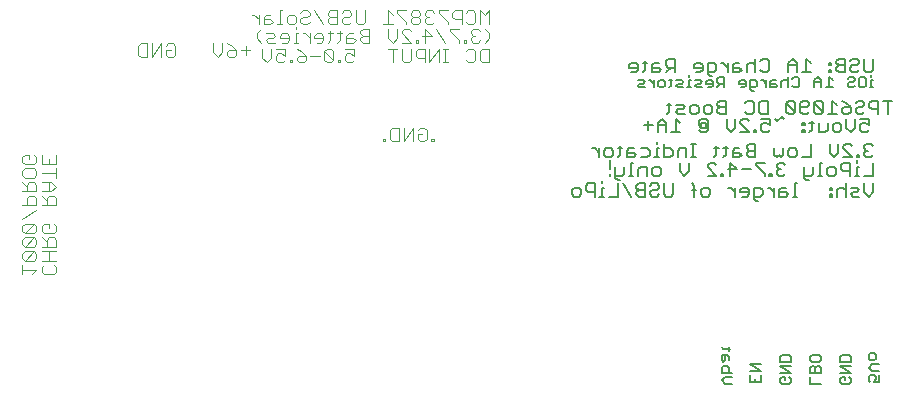
<source format=gbo>
G75*
%MOIN*%
%OFA0B0*%
%FSLAX25Y25*%
%IPPOS*%
%LPD*%
%AMOC8*
5,1,8,0,0,1.08239X$1,22.5*
%
%ADD10C,0.00400*%
%ADD11C,0.00600*%
%ADD12C,0.00500*%
D10*
X0007700Y0076555D02*
X0007700Y0079624D01*
X0007700Y0078089D02*
X0012304Y0078089D01*
X0010769Y0076555D01*
X0014300Y0077322D02*
X0014300Y0078857D01*
X0015067Y0079624D01*
X0014300Y0081159D02*
X0018904Y0081159D01*
X0018137Y0079624D02*
X0018904Y0078857D01*
X0018904Y0077322D01*
X0018137Y0076555D01*
X0015067Y0076555D01*
X0014300Y0077322D01*
X0016602Y0081159D02*
X0016602Y0084228D01*
X0015835Y0085763D02*
X0015835Y0088065D01*
X0016602Y0088832D01*
X0018137Y0088832D01*
X0018904Y0088065D01*
X0018904Y0085763D01*
X0014300Y0085763D01*
X0014300Y0084228D02*
X0018904Y0084228D01*
X0015835Y0087297D02*
X0014300Y0088832D01*
X0015067Y0090367D02*
X0014300Y0091134D01*
X0014300Y0092669D01*
X0015067Y0093436D01*
X0016602Y0093436D01*
X0016602Y0091901D01*
X0018137Y0090367D02*
X0015067Y0090367D01*
X0012304Y0091134D02*
X0012304Y0092669D01*
X0011537Y0093436D01*
X0008467Y0090367D01*
X0007700Y0091134D01*
X0007700Y0092669D01*
X0008467Y0093436D01*
X0011537Y0093436D01*
X0012304Y0091134D02*
X0011537Y0090367D01*
X0008467Y0090367D01*
X0008467Y0088832D02*
X0007700Y0088065D01*
X0007700Y0086530D01*
X0008467Y0085763D01*
X0011537Y0088832D01*
X0008467Y0088832D01*
X0011537Y0088832D02*
X0012304Y0088065D01*
X0012304Y0086530D01*
X0011537Y0085763D01*
X0008467Y0085763D01*
X0008467Y0084228D02*
X0007700Y0083461D01*
X0007700Y0081926D01*
X0008467Y0081159D01*
X0011537Y0084228D01*
X0008467Y0084228D01*
X0011537Y0084228D02*
X0012304Y0083461D01*
X0012304Y0081926D01*
X0011537Y0081159D01*
X0008467Y0081159D01*
X0018137Y0090367D02*
X0018904Y0091134D01*
X0018904Y0092669D01*
X0018137Y0093436D01*
X0012304Y0098040D02*
X0007700Y0094971D01*
X0007700Y0099574D02*
X0012304Y0099574D01*
X0012304Y0101876D01*
X0011537Y0102644D01*
X0010002Y0102644D01*
X0009235Y0101876D01*
X0009235Y0099574D01*
X0014300Y0099574D02*
X0018904Y0099574D01*
X0018904Y0101876D01*
X0018137Y0102644D01*
X0016602Y0102644D01*
X0015835Y0101876D01*
X0015835Y0099574D01*
X0015835Y0101109D02*
X0014300Y0102644D01*
X0014300Y0104178D02*
X0017369Y0104178D01*
X0018904Y0105713D01*
X0017369Y0107248D01*
X0014300Y0107248D01*
X0012304Y0106480D02*
X0012304Y0104178D01*
X0007700Y0104178D01*
X0009235Y0104178D02*
X0009235Y0106480D01*
X0010002Y0107248D01*
X0011537Y0107248D01*
X0012304Y0106480D01*
X0011537Y0108782D02*
X0008467Y0108782D01*
X0007700Y0109550D01*
X0007700Y0111084D01*
X0008467Y0111852D01*
X0011537Y0111852D01*
X0012304Y0111084D01*
X0012304Y0109550D01*
X0011537Y0108782D01*
X0014300Y0110317D02*
X0018904Y0110317D01*
X0018904Y0108782D02*
X0018904Y0111852D01*
X0018904Y0113386D02*
X0014300Y0113386D01*
X0014300Y0116456D01*
X0012304Y0115688D02*
X0012304Y0114154D01*
X0011537Y0113386D01*
X0008467Y0113386D01*
X0007700Y0114154D01*
X0007700Y0115688D01*
X0008467Y0116456D01*
X0010002Y0116456D01*
X0010002Y0114921D01*
X0011537Y0116456D02*
X0012304Y0115688D01*
X0016602Y0114921D02*
X0016602Y0113386D01*
X0018904Y0113386D02*
X0018904Y0116456D01*
X0016602Y0107248D02*
X0016602Y0104178D01*
X0009235Y0105713D02*
X0007700Y0107248D01*
X0087607Y0148725D02*
X0089142Y0147190D01*
X0090676Y0148725D01*
X0090676Y0151794D01*
X0092211Y0151794D02*
X0095280Y0151794D01*
X0095280Y0149492D01*
X0093746Y0150260D01*
X0092978Y0150260D01*
X0092211Y0149492D01*
X0092211Y0147958D01*
X0092978Y0147190D01*
X0094513Y0147190D01*
X0095280Y0147958D01*
X0096815Y0147958D02*
X0096815Y0147190D01*
X0097582Y0147190D01*
X0097582Y0147958D01*
X0096815Y0147958D01*
X0099117Y0147958D02*
X0099117Y0148725D01*
X0099884Y0149492D01*
X0102186Y0149492D01*
X0102186Y0147958D01*
X0101419Y0147190D01*
X0099884Y0147190D01*
X0099117Y0147958D01*
X0100652Y0151027D02*
X0102186Y0149492D01*
X0103721Y0149492D02*
X0106790Y0149492D01*
X0108325Y0147958D02*
X0109092Y0147190D01*
X0110627Y0147190D01*
X0111394Y0147958D01*
X0108325Y0151027D01*
X0108325Y0147958D01*
X0111394Y0147958D02*
X0111394Y0151027D01*
X0110627Y0151794D01*
X0109092Y0151794D01*
X0108325Y0151027D01*
X0107286Y0153790D02*
X0108053Y0154558D01*
X0108053Y0156092D01*
X0107286Y0156860D01*
X0105751Y0156860D01*
X0104984Y0156092D01*
X0104984Y0155325D01*
X0108053Y0155325D01*
X0107286Y0153790D02*
X0105751Y0153790D01*
X0103449Y0153790D02*
X0103449Y0156860D01*
X0103449Y0155325D02*
X0101914Y0156860D01*
X0101147Y0156860D01*
X0099612Y0156860D02*
X0098845Y0156860D01*
X0098845Y0153790D01*
X0099612Y0153790D02*
X0098078Y0153790D01*
X0096543Y0154558D02*
X0096543Y0156092D01*
X0095776Y0156860D01*
X0094241Y0156860D01*
X0093474Y0156092D01*
X0093474Y0155325D01*
X0096543Y0155325D01*
X0096543Y0154558D02*
X0095776Y0153790D01*
X0094241Y0153790D01*
X0091939Y0153790D02*
X0089637Y0153790D01*
X0088870Y0154558D01*
X0089637Y0155325D01*
X0091172Y0155325D01*
X0091939Y0156092D01*
X0091172Y0156860D01*
X0088870Y0156860D01*
X0087335Y0158394D02*
X0085801Y0156860D01*
X0085801Y0155325D01*
X0087335Y0153790D01*
X0082077Y0152827D02*
X0082077Y0149758D01*
X0080543Y0151292D02*
X0083612Y0151292D01*
X0087607Y0151794D02*
X0087607Y0148725D01*
X0079008Y0149758D02*
X0078241Y0148990D01*
X0076706Y0148990D01*
X0075939Y0149758D01*
X0075939Y0150525D01*
X0076706Y0151292D01*
X0079008Y0151292D01*
X0079008Y0149758D01*
X0079008Y0151292D02*
X0077473Y0152827D01*
X0075939Y0153594D01*
X0074404Y0153594D02*
X0074404Y0150525D01*
X0072869Y0148990D01*
X0071335Y0150525D01*
X0071335Y0153594D01*
X0058612Y0152827D02*
X0058612Y0149758D01*
X0057844Y0148990D01*
X0056310Y0148990D01*
X0055543Y0149758D01*
X0055543Y0151292D01*
X0057077Y0151292D01*
X0055543Y0152827D02*
X0056310Y0153594D01*
X0057844Y0153594D01*
X0058612Y0152827D01*
X0054008Y0153594D02*
X0050939Y0148990D01*
X0050939Y0153594D01*
X0049404Y0153594D02*
X0047102Y0153594D01*
X0046335Y0152827D01*
X0046335Y0149758D01*
X0047102Y0148990D01*
X0049404Y0148990D01*
X0049404Y0153594D01*
X0054008Y0153594D02*
X0054008Y0148990D01*
X0084266Y0163060D02*
X0085033Y0163060D01*
X0086568Y0161525D01*
X0086568Y0159990D02*
X0086568Y0163060D01*
X0088103Y0162292D02*
X0088103Y0159990D01*
X0090405Y0159990D01*
X0091172Y0160758D01*
X0090405Y0161525D01*
X0088103Y0161525D01*
X0088103Y0162292D02*
X0088870Y0163060D01*
X0090405Y0163060D01*
X0093474Y0164594D02*
X0093474Y0159990D01*
X0094241Y0159990D02*
X0092706Y0159990D01*
X0095776Y0160758D02*
X0095776Y0162292D01*
X0096543Y0163060D01*
X0098078Y0163060D01*
X0098845Y0162292D01*
X0098845Y0160758D01*
X0098078Y0159990D01*
X0096543Y0159990D01*
X0095776Y0160758D01*
X0098845Y0159162D02*
X0098845Y0158394D01*
X0101147Y0159990D02*
X0102682Y0159990D01*
X0103449Y0160758D01*
X0102682Y0162292D02*
X0101147Y0162292D01*
X0100380Y0161525D01*
X0100380Y0160758D01*
X0101147Y0159990D01*
X0102682Y0162292D02*
X0103449Y0163060D01*
X0103449Y0163827D01*
X0102682Y0164594D01*
X0101147Y0164594D01*
X0100380Y0163827D01*
X0104984Y0164594D02*
X0108053Y0159990D01*
X0109588Y0160758D02*
X0110355Y0159990D01*
X0112657Y0159990D01*
X0112657Y0164594D01*
X0110355Y0164594D01*
X0109588Y0163827D01*
X0109588Y0163060D01*
X0110355Y0162292D01*
X0112657Y0162292D01*
X0114191Y0161525D02*
X0114959Y0162292D01*
X0116493Y0162292D01*
X0117261Y0163060D01*
X0117261Y0163827D01*
X0116493Y0164594D01*
X0114959Y0164594D01*
X0114191Y0163827D01*
X0110355Y0162292D02*
X0109588Y0161525D01*
X0109588Y0160758D01*
X0114191Y0160758D02*
X0114959Y0159990D01*
X0116493Y0159990D01*
X0117261Y0160758D01*
X0118795Y0160758D02*
X0118795Y0164594D01*
X0121865Y0164594D02*
X0121865Y0160758D01*
X0121097Y0159990D01*
X0119563Y0159990D01*
X0118795Y0160758D01*
X0114191Y0160758D02*
X0114191Y0161525D01*
X0113424Y0157627D02*
X0113424Y0154558D01*
X0112657Y0153790D01*
X0110355Y0154558D02*
X0109588Y0153790D01*
X0110355Y0154558D02*
X0110355Y0157627D01*
X0111122Y0156860D02*
X0109588Y0156860D01*
X0112657Y0156860D02*
X0114191Y0156860D01*
X0115726Y0156092D02*
X0115726Y0153790D01*
X0118028Y0153790D01*
X0118795Y0154558D01*
X0118028Y0155325D01*
X0115726Y0155325D01*
X0115726Y0156092D02*
X0116493Y0156860D01*
X0118028Y0156860D01*
X0120330Y0156860D02*
X0120330Y0157627D01*
X0121097Y0158394D01*
X0123399Y0158394D01*
X0123399Y0153790D01*
X0121097Y0153790D01*
X0120330Y0154558D01*
X0120330Y0155325D01*
X0121097Y0156092D01*
X0123399Y0156092D01*
X0121097Y0156092D02*
X0120330Y0156860D01*
X0128003Y0159990D02*
X0131073Y0159990D01*
X0129538Y0159990D02*
X0129538Y0164594D01*
X0131073Y0163060D01*
X0132607Y0163827D02*
X0135676Y0160758D01*
X0135676Y0159990D01*
X0137211Y0160758D02*
X0137978Y0159990D01*
X0139513Y0159990D01*
X0140280Y0160758D01*
X0140280Y0161525D01*
X0139513Y0162292D01*
X0137978Y0162292D01*
X0137211Y0161525D01*
X0137211Y0160758D01*
X0137978Y0162292D02*
X0137211Y0163060D01*
X0137211Y0163827D01*
X0137978Y0164594D01*
X0139513Y0164594D01*
X0140280Y0163827D01*
X0140280Y0163060D01*
X0139513Y0162292D01*
X0141815Y0161525D02*
X0141815Y0160758D01*
X0142582Y0159990D01*
X0144117Y0159990D01*
X0144884Y0160758D01*
X0143350Y0162292D02*
X0142582Y0162292D01*
X0141815Y0161525D01*
X0142582Y0162292D02*
X0141815Y0163060D01*
X0141815Y0163827D01*
X0142582Y0164594D01*
X0144117Y0164594D01*
X0144884Y0163827D01*
X0146419Y0163827D02*
X0149488Y0160758D01*
X0149488Y0159990D01*
X0150256Y0158394D02*
X0150256Y0157627D01*
X0153325Y0154558D01*
X0153325Y0153790D01*
X0154859Y0153790D02*
X0155627Y0153790D01*
X0155627Y0154558D01*
X0154859Y0154558D01*
X0154859Y0153790D01*
X0157161Y0154558D02*
X0157929Y0153790D01*
X0159463Y0153790D01*
X0160231Y0154558D01*
X0161765Y0153790D02*
X0163300Y0155325D01*
X0163300Y0156860D01*
X0161765Y0158394D01*
X0160231Y0157627D02*
X0159463Y0158394D01*
X0157929Y0158394D01*
X0157161Y0157627D01*
X0157161Y0156860D01*
X0157929Y0156092D01*
X0157161Y0155325D01*
X0157161Y0154558D01*
X0157929Y0156092D02*
X0158696Y0156092D01*
X0157929Y0159990D02*
X0156394Y0159990D01*
X0155627Y0160758D01*
X0154092Y0161525D02*
X0151790Y0161525D01*
X0151023Y0162292D01*
X0151023Y0163827D01*
X0151790Y0164594D01*
X0154092Y0164594D01*
X0154092Y0159990D01*
X0153325Y0158394D02*
X0150256Y0158394D01*
X0145652Y0158394D02*
X0148721Y0153790D01*
X0148721Y0151794D02*
X0148721Y0147190D01*
X0149488Y0147190D02*
X0147954Y0147190D01*
X0146419Y0147190D02*
X0146419Y0151794D01*
X0143350Y0147190D01*
X0143350Y0151794D01*
X0141815Y0151794D02*
X0139513Y0151794D01*
X0138746Y0151027D01*
X0138746Y0149492D01*
X0139513Y0148725D01*
X0141815Y0148725D01*
X0141815Y0147190D02*
X0141815Y0151794D01*
X0137211Y0151794D02*
X0137211Y0147958D01*
X0136444Y0147190D01*
X0134909Y0147190D01*
X0134142Y0147958D01*
X0134142Y0151794D01*
X0132607Y0151794D02*
X0129538Y0151794D01*
X0131073Y0151794D02*
X0131073Y0147190D01*
X0131073Y0153790D02*
X0129538Y0155325D01*
X0129538Y0158394D01*
X0132607Y0158394D02*
X0132607Y0155325D01*
X0131073Y0153790D01*
X0134142Y0153790D02*
X0137211Y0153790D01*
X0134142Y0156860D01*
X0134142Y0157627D01*
X0134909Y0158394D01*
X0136444Y0158394D01*
X0137211Y0157627D01*
X0141048Y0156092D02*
X0144117Y0156092D01*
X0141815Y0158394D01*
X0141815Y0153790D01*
X0139513Y0153790D02*
X0138746Y0153790D01*
X0138746Y0154558D01*
X0139513Y0154558D01*
X0139513Y0153790D01*
X0147954Y0151794D02*
X0149488Y0151794D01*
X0155627Y0151027D02*
X0156394Y0151794D01*
X0157929Y0151794D01*
X0158696Y0151027D01*
X0158696Y0147958D01*
X0157929Y0147190D01*
X0156394Y0147190D01*
X0155627Y0147958D01*
X0160231Y0147958D02*
X0160231Y0151027D01*
X0160998Y0151794D01*
X0163300Y0151794D01*
X0163300Y0147190D01*
X0160998Y0147190D01*
X0160231Y0147958D01*
X0160231Y0159990D02*
X0160231Y0164594D01*
X0161765Y0163060D01*
X0163300Y0164594D01*
X0163300Y0159990D01*
X0158696Y0160758D02*
X0157929Y0159990D01*
X0158696Y0160758D02*
X0158696Y0163827D01*
X0157929Y0164594D01*
X0156394Y0164594D01*
X0155627Y0163827D01*
X0149488Y0164594D02*
X0146419Y0164594D01*
X0146419Y0163827D01*
X0135676Y0164594D02*
X0132607Y0164594D01*
X0132607Y0163827D01*
X0118300Y0151794D02*
X0115231Y0151794D01*
X0115998Y0150260D02*
X0115231Y0149492D01*
X0115231Y0147958D01*
X0115998Y0147190D01*
X0117533Y0147190D01*
X0118300Y0147958D01*
X0118300Y0149492D02*
X0116765Y0150260D01*
X0115998Y0150260D01*
X0118300Y0149492D02*
X0118300Y0151794D01*
X0113696Y0147958D02*
X0112929Y0147958D01*
X0112929Y0147190D01*
X0113696Y0147190D01*
X0113696Y0147958D01*
X0100652Y0151027D02*
X0099117Y0151794D01*
X0094241Y0164594D02*
X0093474Y0164594D01*
X0130988Y0125494D02*
X0133290Y0125494D01*
X0133290Y0120890D01*
X0130988Y0120890D01*
X0130221Y0121658D01*
X0130221Y0124727D01*
X0130988Y0125494D01*
X0134825Y0125494D02*
X0134825Y0120890D01*
X0137894Y0125494D01*
X0137894Y0120890D01*
X0139429Y0121658D02*
X0140196Y0120890D01*
X0141731Y0120890D01*
X0142498Y0121658D01*
X0142498Y0124727D01*
X0141731Y0125494D01*
X0140196Y0125494D01*
X0139429Y0124727D01*
X0139429Y0123192D02*
X0140963Y0123192D01*
X0139429Y0123192D02*
X0139429Y0121658D01*
X0144033Y0121658D02*
X0144033Y0120890D01*
X0144800Y0120890D01*
X0144800Y0121658D01*
X0144033Y0121658D01*
X0128686Y0121658D02*
X0128686Y0120890D01*
X0127919Y0120890D01*
X0127919Y0121658D01*
X0128686Y0121658D01*
D11*
X0190914Y0104692D02*
X0190914Y0103224D01*
X0191648Y0102490D01*
X0193116Y0102490D01*
X0193850Y0103224D01*
X0193850Y0104692D01*
X0193116Y0105426D01*
X0191648Y0105426D01*
X0190914Y0104692D01*
X0195518Y0104692D02*
X0196252Y0103958D01*
X0198454Y0103958D01*
X0198454Y0102490D02*
X0198454Y0106894D01*
X0196252Y0106894D01*
X0195518Y0106160D01*
X0195518Y0104692D01*
X0200056Y0102490D02*
X0201523Y0102490D01*
X0200790Y0102490D02*
X0200790Y0105426D01*
X0201523Y0105426D01*
X0200790Y0106894D02*
X0200790Y0107628D01*
X0203725Y0109390D02*
X0203725Y0110124D01*
X0203725Y0111592D02*
X0203725Y0114528D01*
X0203759Y0115590D02*
X0204493Y0116324D01*
X0204493Y0117792D01*
X0203759Y0118526D01*
X0202291Y0118526D01*
X0201557Y0117792D01*
X0201557Y0116324D01*
X0202291Y0115590D01*
X0203759Y0115590D01*
X0206094Y0115590D02*
X0206828Y0116324D01*
X0206828Y0119260D01*
X0207562Y0118526D02*
X0206094Y0118526D01*
X0209230Y0117792D02*
X0209230Y0115590D01*
X0211432Y0115590D01*
X0212166Y0116324D01*
X0211432Y0117058D01*
X0209230Y0117058D01*
X0209230Y0117792D02*
X0209964Y0118526D01*
X0211432Y0118526D01*
X0213834Y0118526D02*
X0216036Y0118526D01*
X0216770Y0117792D01*
X0216770Y0116324D01*
X0216036Y0115590D01*
X0213834Y0115590D01*
X0211399Y0113794D02*
X0210665Y0113794D01*
X0210665Y0109390D01*
X0211399Y0109390D02*
X0209931Y0109390D01*
X0208329Y0110124D02*
X0207595Y0109390D01*
X0205394Y0109390D01*
X0205394Y0108656D02*
X0206128Y0107922D01*
X0206861Y0107922D01*
X0206127Y0106894D02*
X0206127Y0102490D01*
X0203192Y0102490D01*
X0207795Y0106894D02*
X0210731Y0102490D01*
X0212399Y0103224D02*
X0213133Y0102490D01*
X0215335Y0102490D01*
X0215335Y0106894D01*
X0213133Y0106894D01*
X0212399Y0106160D01*
X0212399Y0105426D01*
X0213133Y0104692D01*
X0215335Y0104692D01*
X0217003Y0103958D02*
X0217737Y0104692D01*
X0219205Y0104692D01*
X0219939Y0105426D01*
X0219939Y0106160D01*
X0219205Y0106894D01*
X0217737Y0106894D01*
X0217003Y0106160D01*
X0213133Y0104692D02*
X0212399Y0103958D01*
X0212399Y0103224D01*
X0217003Y0103224D02*
X0217737Y0102490D01*
X0219205Y0102490D01*
X0219939Y0103224D01*
X0221607Y0103224D02*
X0221607Y0106894D01*
X0224543Y0106894D02*
X0224543Y0103224D01*
X0223809Y0102490D01*
X0222341Y0102490D01*
X0221607Y0103224D01*
X0217003Y0103224D02*
X0217003Y0103958D01*
X0205394Y0108656D02*
X0205394Y0112326D01*
X0208329Y0112326D02*
X0208329Y0110124D01*
X0213067Y0109390D02*
X0213067Y0111592D01*
X0213801Y0112326D01*
X0216003Y0112326D01*
X0216003Y0109390D01*
X0217671Y0110124D02*
X0217671Y0111592D01*
X0218405Y0112326D01*
X0219873Y0112326D01*
X0220607Y0111592D01*
X0220607Y0110124D01*
X0219873Y0109390D01*
X0218405Y0109390D01*
X0217671Y0110124D01*
X0218371Y0115590D02*
X0219839Y0115590D01*
X0219105Y0115590D02*
X0219105Y0118526D01*
X0219839Y0118526D01*
X0219105Y0119994D02*
X0219105Y0120728D01*
X0221507Y0119994D02*
X0221507Y0115590D01*
X0223709Y0115590D01*
X0224443Y0116324D01*
X0224443Y0117792D01*
X0223709Y0118526D01*
X0221507Y0118526D01*
X0226111Y0117792D02*
X0226111Y0115590D01*
X0226879Y0113794D02*
X0226879Y0110858D01*
X0228346Y0109390D01*
X0229814Y0110858D01*
X0229814Y0113794D01*
X0229047Y0115590D02*
X0229047Y0118526D01*
X0226845Y0118526D01*
X0226111Y0117792D01*
X0230648Y0119994D02*
X0232116Y0119994D01*
X0231382Y0119994D02*
X0231382Y0115590D01*
X0232116Y0115590D02*
X0230648Y0115590D01*
X0236086Y0113060D02*
X0236086Y0112326D01*
X0239022Y0109390D01*
X0236086Y0109390D01*
X0240590Y0109390D02*
X0241324Y0109390D01*
X0241324Y0110124D01*
X0240590Y0110124D01*
X0240590Y0109390D01*
X0243726Y0109390D02*
X0243726Y0113794D01*
X0245928Y0111592D01*
X0242992Y0111592D01*
X0247596Y0111592D02*
X0250532Y0111592D01*
X0252200Y0113060D02*
X0255136Y0110124D01*
X0255136Y0109390D01*
X0256704Y0109390D02*
X0257438Y0109390D01*
X0257438Y0110124D01*
X0256704Y0110124D01*
X0256704Y0109390D01*
X0259106Y0110124D02*
X0259840Y0109390D01*
X0261308Y0109390D01*
X0262042Y0110124D01*
X0260574Y0111592D02*
X0259840Y0111592D01*
X0259106Y0110858D01*
X0259106Y0110124D01*
X0259840Y0111592D02*
X0259106Y0112326D01*
X0259106Y0113060D01*
X0259840Y0113794D01*
X0261308Y0113794D01*
X0262042Y0113060D01*
X0260541Y0115590D02*
X0259807Y0116324D01*
X0259073Y0115590D01*
X0258339Y0116324D01*
X0258339Y0118526D01*
X0261274Y0118526D02*
X0261274Y0116324D01*
X0260541Y0115590D01*
X0262943Y0116324D02*
X0262943Y0117792D01*
X0263677Y0118526D01*
X0265144Y0118526D01*
X0265878Y0117792D01*
X0265878Y0116324D01*
X0265144Y0115590D01*
X0263677Y0115590D01*
X0262943Y0116324D01*
X0267547Y0115590D02*
X0270482Y0115590D01*
X0270482Y0119994D01*
X0270016Y0123990D02*
X0270750Y0124724D01*
X0270750Y0127660D01*
X0271484Y0126926D02*
X0270016Y0126926D01*
X0268415Y0126926D02*
X0268415Y0126192D01*
X0267681Y0126192D01*
X0267681Y0126926D01*
X0268415Y0126926D01*
X0268415Y0124724D02*
X0268415Y0123990D01*
X0267681Y0123990D01*
X0267681Y0124724D01*
X0268415Y0124724D01*
X0273152Y0123990D02*
X0273152Y0126926D01*
X0276088Y0126926D02*
X0276088Y0124724D01*
X0275354Y0123990D01*
X0273152Y0123990D01*
X0277756Y0124724D02*
X0278490Y0123990D01*
X0279958Y0123990D01*
X0280692Y0124724D01*
X0280692Y0126192D01*
X0279958Y0126926D01*
X0278490Y0126926D01*
X0277756Y0126192D01*
X0277756Y0124724D01*
X0282360Y0125458D02*
X0283828Y0123990D01*
X0285296Y0125458D01*
X0285296Y0128394D01*
X0286964Y0128394D02*
X0289900Y0128394D01*
X0289900Y0126192D01*
X0288432Y0126926D01*
X0287698Y0126926D01*
X0286964Y0126192D01*
X0286964Y0124724D01*
X0287698Y0123990D01*
X0289166Y0123990D01*
X0289900Y0124724D01*
X0282360Y0125458D02*
X0282360Y0128394D01*
X0283020Y0130090D02*
X0281552Y0130090D01*
X0280819Y0130824D01*
X0280819Y0131558D01*
X0281552Y0132292D01*
X0283754Y0132292D01*
X0283754Y0130824D01*
X0283020Y0130090D01*
X0283754Y0132292D02*
X0282286Y0133760D01*
X0280819Y0134494D01*
X0279150Y0133026D02*
X0277683Y0134494D01*
X0277683Y0130090D01*
X0279150Y0130090D02*
X0276215Y0130090D01*
X0274546Y0130824D02*
X0271611Y0133760D01*
X0271611Y0130824D01*
X0272345Y0130090D01*
X0273813Y0130090D01*
X0274546Y0130824D01*
X0274546Y0133760D01*
X0273813Y0134494D01*
X0272345Y0134494D01*
X0271611Y0133760D01*
X0269943Y0133760D02*
X0269943Y0133026D01*
X0269209Y0132292D01*
X0267007Y0132292D01*
X0267007Y0130824D02*
X0267007Y0133760D01*
X0267741Y0134494D01*
X0269209Y0134494D01*
X0269943Y0133760D01*
X0265339Y0133760D02*
X0264605Y0134494D01*
X0263137Y0134494D01*
X0262403Y0133760D01*
X0265339Y0130824D01*
X0264605Y0130090D01*
X0263137Y0130090D01*
X0262403Y0130824D01*
X0262403Y0133760D01*
X0265339Y0133760D02*
X0265339Y0130824D01*
X0267007Y0130824D02*
X0267741Y0130090D01*
X0269209Y0130090D01*
X0269943Y0130824D01*
X0261509Y0128394D02*
X0260775Y0129128D01*
X0259307Y0127660D01*
X0258573Y0128394D01*
X0256905Y0128394D02*
X0256905Y0126192D01*
X0255437Y0126926D01*
X0254703Y0126926D01*
X0253969Y0126192D01*
X0253969Y0124724D01*
X0254703Y0123990D01*
X0256171Y0123990D01*
X0256905Y0124724D01*
X0256905Y0128394D02*
X0253969Y0128394D01*
X0253929Y0130090D02*
X0253195Y0130824D01*
X0253195Y0133760D01*
X0253929Y0134494D01*
X0256131Y0134494D01*
X0256131Y0130090D01*
X0253929Y0130090D01*
X0251527Y0130824D02*
X0250793Y0130090D01*
X0249325Y0130090D01*
X0248591Y0130824D01*
X0249265Y0128394D02*
X0249999Y0127660D01*
X0249265Y0128394D02*
X0247797Y0128394D01*
X0247063Y0127660D01*
X0247063Y0126926D01*
X0249999Y0123990D01*
X0247063Y0123990D01*
X0245395Y0125458D02*
X0243927Y0123990D01*
X0242460Y0125458D01*
X0242460Y0128394D01*
X0242319Y0130090D02*
X0240117Y0130090D01*
X0239383Y0130824D01*
X0239383Y0131558D01*
X0240117Y0132292D01*
X0242319Y0132292D01*
X0242319Y0130090D02*
X0242319Y0134494D01*
X0240117Y0134494D01*
X0239383Y0133760D01*
X0239383Y0133026D01*
X0240117Y0132292D01*
X0237715Y0132292D02*
X0237715Y0130824D01*
X0236981Y0130090D01*
X0235513Y0130090D01*
X0234779Y0130824D01*
X0234779Y0132292D01*
X0235513Y0133026D01*
X0236981Y0133026D01*
X0237715Y0132292D01*
X0233111Y0132292D02*
X0233111Y0130824D01*
X0232377Y0130090D01*
X0230909Y0130090D01*
X0230175Y0130824D01*
X0230175Y0132292D01*
X0230909Y0133026D01*
X0232377Y0133026D01*
X0233111Y0132292D01*
X0228507Y0132292D02*
X0227773Y0133026D01*
X0225571Y0133026D01*
X0226305Y0131558D02*
X0227773Y0131558D01*
X0228507Y0132292D01*
X0228507Y0130090D02*
X0226305Y0130090D01*
X0225571Y0130824D01*
X0226305Y0131558D01*
X0223903Y0133026D02*
X0222435Y0133026D01*
X0223169Y0133760D02*
X0223169Y0130824D01*
X0222435Y0130090D01*
X0220908Y0128394D02*
X0219440Y0126926D01*
X0219440Y0123990D01*
X0219440Y0126192D02*
X0222376Y0126192D01*
X0222376Y0126926D02*
X0222376Y0123990D01*
X0224044Y0123990D02*
X0226980Y0123990D01*
X0225512Y0123990D02*
X0225512Y0128394D01*
X0226980Y0126926D01*
X0222376Y0126926D02*
X0220908Y0128394D01*
X0216304Y0127660D02*
X0216304Y0124724D01*
X0217772Y0126192D02*
X0214836Y0126192D01*
X0199889Y0118526D02*
X0199889Y0115590D01*
X0199889Y0117058D02*
X0198421Y0118526D01*
X0197687Y0118526D01*
X0230748Y0106894D02*
X0231482Y0106160D01*
X0231482Y0102490D01*
X0232216Y0104692D02*
X0230748Y0104692D01*
X0233884Y0104692D02*
X0233884Y0103224D01*
X0234618Y0102490D01*
X0236086Y0102490D01*
X0236820Y0103224D01*
X0236820Y0104692D01*
X0236086Y0105426D01*
X0234618Y0105426D01*
X0233884Y0104692D01*
X0243059Y0105426D02*
X0243793Y0105426D01*
X0245261Y0103958D01*
X0245261Y0102490D02*
X0245261Y0105426D01*
X0246929Y0104692D02*
X0246929Y0103958D01*
X0249865Y0103958D01*
X0249865Y0103224D02*
X0249865Y0104692D01*
X0249131Y0105426D01*
X0247663Y0105426D01*
X0246929Y0104692D01*
X0247663Y0102490D02*
X0249131Y0102490D01*
X0249865Y0103224D01*
X0251533Y0102490D02*
X0253735Y0102490D01*
X0254469Y0103224D01*
X0254469Y0104692D01*
X0253735Y0105426D01*
X0251533Y0105426D01*
X0251533Y0101756D01*
X0252267Y0101022D01*
X0253001Y0101022D01*
X0256103Y0105426D02*
X0256837Y0105426D01*
X0258305Y0103958D01*
X0258305Y0102490D02*
X0258305Y0105426D01*
X0259973Y0104692D02*
X0259973Y0102490D01*
X0262175Y0102490D01*
X0262909Y0103224D01*
X0262175Y0103958D01*
X0259973Y0103958D01*
X0259973Y0104692D02*
X0260707Y0105426D01*
X0262175Y0105426D01*
X0265244Y0106894D02*
X0265244Y0102490D01*
X0264511Y0102490D02*
X0265978Y0102490D01*
X0265978Y0106894D02*
X0265244Y0106894D01*
X0268314Y0108656D02*
X0269048Y0107922D01*
X0269782Y0107922D01*
X0270516Y0109390D02*
X0268314Y0109390D01*
X0268314Y0108656D02*
X0268314Y0112326D01*
X0271250Y0112326D02*
X0271250Y0110124D01*
X0270516Y0109390D01*
X0272851Y0109390D02*
X0274319Y0109390D01*
X0273585Y0109390D02*
X0273585Y0113794D01*
X0274319Y0113794D01*
X0275987Y0111592D02*
X0276721Y0112326D01*
X0278189Y0112326D01*
X0278923Y0111592D01*
X0278923Y0110124D01*
X0278189Y0109390D01*
X0276721Y0109390D01*
X0275987Y0110124D01*
X0275987Y0111592D01*
X0280591Y0111592D02*
X0280591Y0113060D01*
X0281325Y0113794D01*
X0283527Y0113794D01*
X0283527Y0109390D01*
X0283527Y0110858D02*
X0281325Y0110858D01*
X0280591Y0111592D01*
X0281358Y0115590D02*
X0284294Y0115590D01*
X0281358Y0118526D01*
X0281358Y0119260D01*
X0282092Y0119994D01*
X0283560Y0119994D01*
X0284294Y0119260D01*
X0285862Y0116324D02*
X0285862Y0115590D01*
X0286596Y0115590D01*
X0286596Y0116324D01*
X0285862Y0116324D01*
X0285862Y0114528D02*
X0285862Y0113794D01*
X0285862Y0112326D02*
X0285862Y0109390D01*
X0286596Y0109390D02*
X0285128Y0109390D01*
X0285862Y0112326D02*
X0286596Y0112326D01*
X0288264Y0109390D02*
X0291200Y0109390D01*
X0291200Y0113794D01*
X0290466Y0115590D02*
X0291200Y0116324D01*
X0290466Y0115590D02*
X0288998Y0115590D01*
X0288264Y0116324D01*
X0288264Y0117058D01*
X0288998Y0117792D01*
X0289732Y0117792D01*
X0288998Y0117792D02*
X0288264Y0118526D01*
X0288264Y0119260D01*
X0288998Y0119994D01*
X0290466Y0119994D01*
X0291200Y0119260D01*
X0279690Y0119994D02*
X0279690Y0117058D01*
X0278222Y0115590D01*
X0276754Y0117058D01*
X0276754Y0119994D01*
X0286156Y0130090D02*
X0287624Y0130090D01*
X0288358Y0130824D01*
X0287624Y0132292D02*
X0286156Y0132292D01*
X0285422Y0131558D01*
X0285422Y0130824D01*
X0286156Y0130090D01*
X0287624Y0132292D02*
X0288358Y0133026D01*
X0288358Y0133760D01*
X0287624Y0134494D01*
X0286156Y0134494D01*
X0285422Y0133760D01*
X0290026Y0133760D02*
X0290026Y0132292D01*
X0290760Y0131558D01*
X0292962Y0131558D01*
X0292962Y0130090D02*
X0292962Y0134494D01*
X0290760Y0134494D01*
X0290026Y0133760D01*
X0294630Y0134494D02*
X0297566Y0134494D01*
X0296098Y0134494D02*
X0296098Y0130090D01*
X0290466Y0143990D02*
X0288998Y0143990D01*
X0288264Y0144724D01*
X0288264Y0148394D01*
X0286596Y0147660D02*
X0286596Y0146926D01*
X0285862Y0146192D01*
X0284394Y0146192D01*
X0283660Y0145458D01*
X0283660Y0144724D01*
X0284394Y0143990D01*
X0285862Y0143990D01*
X0286596Y0144724D01*
X0290466Y0143990D02*
X0291200Y0144724D01*
X0291200Y0148394D01*
X0286596Y0147660D02*
X0285862Y0148394D01*
X0284394Y0148394D01*
X0283660Y0147660D01*
X0281992Y0148394D02*
X0279790Y0148394D01*
X0279056Y0147660D01*
X0279056Y0146926D01*
X0279790Y0146192D01*
X0281992Y0146192D01*
X0279790Y0146192D02*
X0279056Y0145458D01*
X0279056Y0144724D01*
X0279790Y0143990D01*
X0281992Y0143990D01*
X0281992Y0148394D01*
X0277388Y0146926D02*
X0277388Y0146192D01*
X0276654Y0146192D01*
X0276654Y0146926D01*
X0277388Y0146926D01*
X0277388Y0144724D02*
X0277388Y0143990D01*
X0276654Y0143990D01*
X0276654Y0144724D01*
X0277388Y0144724D01*
X0270482Y0143990D02*
X0267547Y0143990D01*
X0269014Y0143990D02*
X0269014Y0148394D01*
X0270482Y0146926D01*
X0265878Y0146926D02*
X0264411Y0148394D01*
X0262943Y0146926D01*
X0262943Y0143990D01*
X0262943Y0146192D02*
X0265878Y0146192D01*
X0265878Y0146926D02*
X0265878Y0143990D01*
X0256671Y0144724D02*
X0256671Y0147660D01*
X0255937Y0148394D01*
X0254469Y0148394D01*
X0253735Y0147660D01*
X0252067Y0148394D02*
X0252067Y0143990D01*
X0253735Y0144724D02*
X0254469Y0143990D01*
X0255937Y0143990D01*
X0256671Y0144724D01*
X0252067Y0146192D02*
X0251333Y0146926D01*
X0249865Y0146926D01*
X0249131Y0146192D01*
X0249131Y0143990D01*
X0247463Y0144724D02*
X0246729Y0145458D01*
X0244527Y0145458D01*
X0244527Y0146192D02*
X0244527Y0143990D01*
X0246729Y0143990D01*
X0247463Y0144724D01*
X0245261Y0146926D02*
X0244527Y0146192D01*
X0245261Y0146926D02*
X0246729Y0146926D01*
X0242859Y0146926D02*
X0242859Y0143990D01*
X0242859Y0145458D02*
X0241391Y0146926D01*
X0240657Y0146926D01*
X0239022Y0146192D02*
X0239022Y0144724D01*
X0238288Y0143990D01*
X0236086Y0143990D01*
X0236086Y0143256D02*
X0236086Y0146926D01*
X0238288Y0146926D01*
X0239022Y0146192D01*
X0234418Y0146192D02*
X0234418Y0144724D01*
X0233684Y0143990D01*
X0232216Y0143990D01*
X0231482Y0145458D02*
X0234418Y0145458D01*
X0234418Y0146192D02*
X0233684Y0146926D01*
X0232216Y0146926D01*
X0231482Y0146192D01*
X0231482Y0145458D01*
X0225210Y0145458D02*
X0223009Y0145458D01*
X0222275Y0146192D01*
X0222275Y0147660D01*
X0223009Y0148394D01*
X0225210Y0148394D01*
X0225210Y0143990D01*
X0223743Y0145458D02*
X0222275Y0143990D01*
X0220606Y0144724D02*
X0219873Y0145458D01*
X0217671Y0145458D01*
X0217671Y0146192D02*
X0217671Y0143990D01*
X0219873Y0143990D01*
X0220606Y0144724D01*
X0218405Y0146926D02*
X0217671Y0146192D01*
X0218405Y0146926D02*
X0219873Y0146926D01*
X0216003Y0146926D02*
X0214535Y0146926D01*
X0215269Y0147660D02*
X0215269Y0144724D01*
X0214535Y0143990D01*
X0212933Y0144724D02*
X0212933Y0146192D01*
X0212199Y0146926D01*
X0210731Y0146926D01*
X0209997Y0146192D01*
X0209997Y0145458D01*
X0212933Y0145458D01*
X0212933Y0144724D02*
X0212199Y0143990D01*
X0210731Y0143990D01*
X0236086Y0143256D02*
X0236820Y0142522D01*
X0237554Y0142522D01*
X0248591Y0133760D02*
X0249325Y0134494D01*
X0250793Y0134494D01*
X0251527Y0133760D01*
X0251527Y0130824D01*
X0245395Y0128394D02*
X0245395Y0125458D01*
X0251567Y0124724D02*
X0251567Y0123990D01*
X0252301Y0123990D01*
X0252301Y0124724D01*
X0251567Y0124724D01*
X0252067Y0119994D02*
X0249865Y0119994D01*
X0249131Y0119260D01*
X0249131Y0118526D01*
X0249865Y0117792D01*
X0252067Y0117792D01*
X0252067Y0115590D02*
X0252067Y0119994D01*
X0249865Y0117792D02*
X0249131Y0117058D01*
X0249131Y0116324D01*
X0249865Y0115590D01*
X0252067Y0115590D01*
X0252200Y0113794D02*
X0252200Y0113060D01*
X0252200Y0113794D02*
X0255136Y0113794D01*
X0247463Y0116324D02*
X0246729Y0117058D01*
X0244527Y0117058D01*
X0244527Y0117792D02*
X0244527Y0115590D01*
X0246729Y0115590D01*
X0247463Y0116324D01*
X0246729Y0118526D02*
X0245261Y0118526D01*
X0244527Y0117792D01*
X0242859Y0118526D02*
X0241391Y0118526D01*
X0242125Y0119260D02*
X0242125Y0116324D01*
X0241391Y0115590D01*
X0239056Y0116324D02*
X0238322Y0115590D01*
X0239056Y0116324D02*
X0239056Y0119260D01*
X0239790Y0118526D02*
X0238322Y0118526D01*
X0238288Y0113794D02*
X0239022Y0113060D01*
X0238288Y0113794D02*
X0236820Y0113794D01*
X0236086Y0113060D01*
X0235454Y0123990D02*
X0236188Y0124724D01*
X0236188Y0127660D01*
X0235454Y0128394D01*
X0233986Y0128394D01*
X0233252Y0127660D01*
X0233252Y0126192D01*
X0233986Y0125458D01*
X0233986Y0126926D01*
X0235454Y0126926D01*
X0235454Y0125458D01*
X0233986Y0125458D01*
X0233252Y0124724D02*
X0233986Y0123990D01*
X0235454Y0123990D01*
X0276754Y0105426D02*
X0276754Y0104692D01*
X0277488Y0104692D01*
X0277488Y0105426D01*
X0276754Y0105426D01*
X0276754Y0103224D02*
X0276754Y0102490D01*
X0277488Y0102490D01*
X0277488Y0103224D01*
X0276754Y0103224D01*
X0279156Y0102490D02*
X0279156Y0104692D01*
X0279890Y0105426D01*
X0281358Y0105426D01*
X0282092Y0104692D01*
X0283760Y0105426D02*
X0285962Y0105426D01*
X0286696Y0104692D01*
X0285962Y0103958D01*
X0284494Y0103958D01*
X0283760Y0103224D01*
X0284494Y0102490D01*
X0286696Y0102490D01*
X0288364Y0103958D02*
X0288364Y0106894D01*
X0291300Y0106894D02*
X0291300Y0103958D01*
X0289832Y0102490D01*
X0288364Y0103958D01*
X0282092Y0102490D02*
X0282092Y0106894D01*
D12*
X0251409Y0137673D02*
X0250826Y0137673D01*
X0250242Y0138256D01*
X0250242Y0141176D01*
X0251993Y0141176D01*
X0252577Y0140592D01*
X0252577Y0139424D01*
X0251993Y0138840D01*
X0250242Y0138840D01*
X0248894Y0139424D02*
X0248894Y0140592D01*
X0248310Y0141176D01*
X0247142Y0141176D01*
X0246559Y0140592D01*
X0246559Y0140008D01*
X0248894Y0140008D01*
X0248894Y0139424D02*
X0248310Y0138840D01*
X0247142Y0138840D01*
X0241528Y0138840D02*
X0241528Y0142343D01*
X0239776Y0142343D01*
X0239192Y0141759D01*
X0239192Y0140592D01*
X0239776Y0140008D01*
X0241528Y0140008D01*
X0240360Y0140008D02*
X0239192Y0138840D01*
X0237844Y0139424D02*
X0237844Y0140592D01*
X0237261Y0141176D01*
X0236093Y0141176D01*
X0235509Y0140592D01*
X0235509Y0140008D01*
X0237844Y0140008D01*
X0237844Y0139424D02*
X0237261Y0138840D01*
X0236093Y0138840D01*
X0234161Y0138840D02*
X0232410Y0138840D01*
X0231826Y0139424D01*
X0232410Y0140008D01*
X0233577Y0140008D01*
X0234161Y0140592D01*
X0233577Y0141176D01*
X0231826Y0141176D01*
X0230478Y0141176D02*
X0229894Y0141176D01*
X0229894Y0138840D01*
X0230478Y0138840D02*
X0229310Y0138840D01*
X0228023Y0138840D02*
X0226271Y0138840D01*
X0225687Y0139424D01*
X0226271Y0140008D01*
X0227439Y0140008D01*
X0228023Y0140592D01*
X0227439Y0141176D01*
X0225687Y0141176D01*
X0224340Y0141176D02*
X0223172Y0141176D01*
X0223756Y0141759D02*
X0223756Y0139424D01*
X0223172Y0138840D01*
X0221884Y0139424D02*
X0221300Y0138840D01*
X0220133Y0138840D01*
X0219549Y0139424D01*
X0219549Y0140592D01*
X0220133Y0141176D01*
X0221300Y0141176D01*
X0221884Y0140592D01*
X0221884Y0139424D01*
X0218201Y0138840D02*
X0218201Y0141176D01*
X0218201Y0140008D02*
X0217033Y0141176D01*
X0216449Y0141176D01*
X0215132Y0140592D02*
X0214548Y0141176D01*
X0212796Y0141176D01*
X0213380Y0140008D02*
X0214548Y0140008D01*
X0215132Y0140592D01*
X0215132Y0138840D02*
X0213380Y0138840D01*
X0212796Y0139424D01*
X0213380Y0140008D01*
X0229894Y0142343D02*
X0229894Y0142927D01*
X0253895Y0141176D02*
X0254479Y0141176D01*
X0255646Y0140008D01*
X0255646Y0138840D02*
X0255646Y0141176D01*
X0256994Y0140592D02*
X0256994Y0138840D01*
X0258746Y0138840D01*
X0259329Y0139424D01*
X0258746Y0140008D01*
X0256994Y0140008D01*
X0256994Y0140592D02*
X0257578Y0141176D01*
X0258746Y0141176D01*
X0260677Y0140592D02*
X0260677Y0138840D01*
X0260677Y0140592D02*
X0261261Y0141176D01*
X0262429Y0141176D01*
X0263013Y0140592D01*
X0263013Y0142343D02*
X0263013Y0138840D01*
X0264360Y0139424D02*
X0264944Y0138840D01*
X0266112Y0138840D01*
X0266696Y0139424D01*
X0266696Y0141759D01*
X0266112Y0142343D01*
X0264944Y0142343D01*
X0264360Y0141759D01*
X0271727Y0141176D02*
X0271727Y0138840D01*
X0271727Y0140592D02*
X0274062Y0140592D01*
X0274062Y0141176D02*
X0272894Y0142343D01*
X0271727Y0141176D01*
X0274062Y0141176D02*
X0274062Y0138840D01*
X0275410Y0138840D02*
X0277745Y0138840D01*
X0276577Y0138840D02*
X0276577Y0142343D01*
X0277745Y0141176D01*
X0282776Y0141759D02*
X0283360Y0142343D01*
X0284528Y0142343D01*
X0285111Y0141759D01*
X0285111Y0141176D01*
X0284528Y0140592D01*
X0283360Y0140592D01*
X0282776Y0140008D01*
X0282776Y0139424D01*
X0283360Y0138840D01*
X0284528Y0138840D01*
X0285111Y0139424D01*
X0286459Y0139424D02*
X0286459Y0141759D01*
X0287043Y0142343D01*
X0288211Y0142343D01*
X0288795Y0141759D01*
X0288795Y0139424D01*
X0288211Y0138840D01*
X0287043Y0138840D01*
X0286459Y0139424D01*
X0290082Y0138840D02*
X0291250Y0138840D01*
X0290666Y0138840D02*
X0290666Y0141176D01*
X0291250Y0141176D01*
X0290666Y0142343D02*
X0290666Y0142927D01*
X0243085Y0052257D02*
X0243085Y0051090D01*
X0243669Y0051674D02*
X0241334Y0051674D01*
X0240750Y0052257D01*
X0240750Y0049742D02*
X0240750Y0047990D01*
X0241334Y0047407D01*
X0241918Y0047990D01*
X0241918Y0049742D01*
X0242501Y0049742D02*
X0240750Y0049742D01*
X0242501Y0049742D02*
X0243085Y0049158D01*
X0243085Y0047990D01*
X0242501Y0046059D02*
X0243085Y0045475D01*
X0243085Y0043723D01*
X0244253Y0043723D02*
X0240750Y0043723D01*
X0240750Y0045475D01*
X0241334Y0046059D01*
X0242501Y0046059D01*
X0241918Y0042376D02*
X0244253Y0042376D01*
X0241918Y0042376D02*
X0240750Y0041208D01*
X0241918Y0040040D01*
X0244253Y0040040D01*
X0250250Y0040540D02*
X0250250Y0042876D01*
X0250250Y0044223D02*
X0253753Y0044223D01*
X0250250Y0046559D01*
X0253753Y0046559D01*
X0253753Y0042876D02*
X0253753Y0040540D01*
X0250250Y0040540D01*
X0252001Y0040540D02*
X0252001Y0041708D01*
X0260250Y0041792D02*
X0260250Y0040624D01*
X0260834Y0040040D01*
X0263169Y0040040D01*
X0263753Y0040624D01*
X0263753Y0041792D01*
X0263169Y0042376D01*
X0262001Y0042376D02*
X0262001Y0041208D01*
X0262001Y0042376D02*
X0260834Y0042376D01*
X0260250Y0041792D01*
X0260250Y0043723D02*
X0263753Y0043723D01*
X0260250Y0046059D01*
X0263753Y0046059D01*
X0263753Y0047407D02*
X0260250Y0047407D01*
X0260250Y0049158D01*
X0260834Y0049742D01*
X0263169Y0049742D01*
X0263753Y0049158D01*
X0263753Y0047407D01*
X0270250Y0047990D02*
X0270250Y0049158D01*
X0270834Y0049742D01*
X0273169Y0049742D01*
X0273753Y0049158D01*
X0273753Y0047990D01*
X0273169Y0047407D01*
X0270834Y0047407D01*
X0270250Y0047990D01*
X0270834Y0046059D02*
X0270250Y0045475D01*
X0270250Y0043723D01*
X0273753Y0043723D01*
X0273753Y0045475D01*
X0273169Y0046059D01*
X0272585Y0046059D01*
X0272001Y0045475D01*
X0272001Y0043723D01*
X0272001Y0045475D02*
X0271418Y0046059D01*
X0270834Y0046059D01*
X0270250Y0042376D02*
X0270250Y0040040D01*
X0273753Y0040040D01*
X0280250Y0040624D02*
X0280250Y0041792D01*
X0280834Y0042376D01*
X0282001Y0042376D01*
X0282001Y0041208D01*
X0280834Y0040040D02*
X0280250Y0040624D01*
X0280834Y0040040D02*
X0283169Y0040040D01*
X0283753Y0040624D01*
X0283753Y0041792D01*
X0283169Y0042376D01*
X0283753Y0043723D02*
X0280250Y0043723D01*
X0280250Y0046059D02*
X0283753Y0046059D01*
X0283753Y0047407D02*
X0280250Y0047407D01*
X0280250Y0049158D01*
X0280834Y0049742D01*
X0283169Y0049742D01*
X0283753Y0049158D01*
X0283753Y0047407D01*
X0283753Y0043723D02*
X0280250Y0046059D01*
X0289750Y0045391D02*
X0290918Y0044223D01*
X0293253Y0044223D01*
X0293253Y0042876D02*
X0293253Y0040540D01*
X0291501Y0040540D01*
X0292085Y0041708D01*
X0292085Y0042292D01*
X0291501Y0042876D01*
X0290334Y0042876D01*
X0289750Y0042292D01*
X0289750Y0041124D01*
X0290334Y0040540D01*
X0289750Y0045391D02*
X0290918Y0046559D01*
X0293253Y0046559D01*
X0291501Y0047907D02*
X0290334Y0047907D01*
X0289750Y0048490D01*
X0289750Y0049658D01*
X0290334Y0050242D01*
X0291501Y0050242D01*
X0292085Y0049658D01*
X0292085Y0048490D01*
X0291501Y0047907D01*
M02*

</source>
